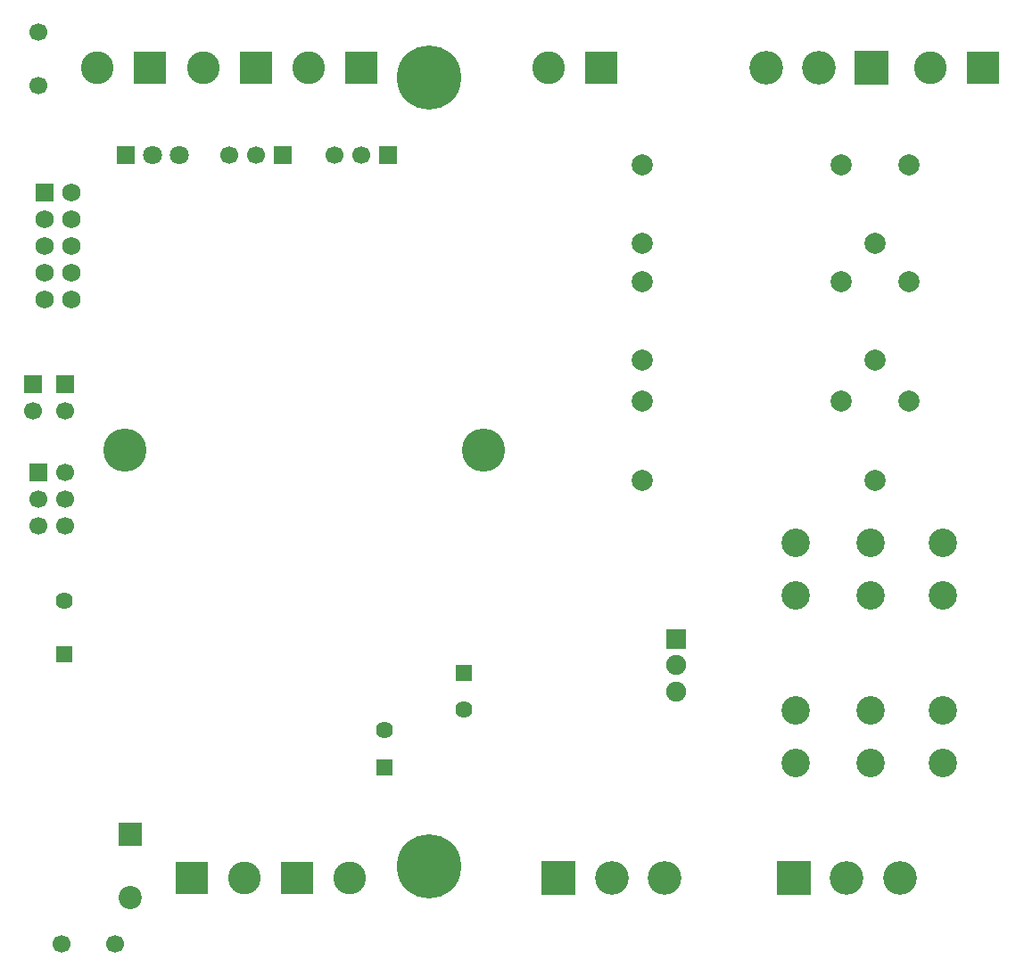
<source format=gbs>
G04 Layer_Color=16711935*
%FSLAX24Y24*%
%MOIN*%
G70*
G01*
G75*
%ADD69C,0.0748*%
%ADD126C,0.2402*%
%ADD127C,0.1614*%
%ADD128R,0.1220X0.1220*%
%ADD129C,0.1220*%
%ADD130R,0.0669X0.0669*%
%ADD131C,0.0669*%
%ADD132C,0.1261*%
%ADD133R,0.1261X0.1261*%
%ADD134C,0.0710*%
%ADD135R,0.0710X0.0710*%
%ADD136R,0.0669X0.0669*%
%ADD137R,0.0748X0.0748*%
%ADD138R,0.0866X0.0866*%
%ADD139C,0.0866*%
%ADD140C,0.0787*%
%ADD141C,0.1063*%
%ADD142C,0.0639*%
%ADD143R,0.0639X0.0639*%
%ADD144C,0.0680*%
%ADD145R,0.0680X0.0680*%
D69*
X49065Y22736D02*
D03*
Y21752D02*
D03*
D126*
X39818Y15198D02*
D03*
Y44725D02*
D03*
D127*
X28460Y30778D02*
D03*
X41846D02*
D03*
D128*
X37283Y45069D02*
D03*
X33346D02*
D03*
X29409D02*
D03*
X46260D02*
D03*
X60532D02*
D03*
X34882Y14774D02*
D03*
X30945D02*
D03*
D129*
X35315Y45069D02*
D03*
X31378D02*
D03*
X27441D02*
D03*
X44291D02*
D03*
X58563D02*
D03*
X36850Y14774D02*
D03*
X32913D02*
D03*
D130*
X25220Y29931D02*
D03*
X25039Y33248D02*
D03*
X26240D02*
D03*
D131*
X25220Y28931D02*
D03*
X26220Y29931D02*
D03*
Y28931D02*
D03*
X25220Y27931D02*
D03*
X26220D02*
D03*
X32350Y41801D02*
D03*
X33350D02*
D03*
X36287D02*
D03*
X37287D02*
D03*
X25039Y32248D02*
D03*
X26240D02*
D03*
X26100Y12313D02*
D03*
X28100D02*
D03*
X25217Y44407D02*
D03*
Y46407D02*
D03*
D132*
X52421Y45069D02*
D03*
X54390D02*
D03*
X48612Y14774D02*
D03*
X46644D02*
D03*
X57411D02*
D03*
X55443D02*
D03*
D133*
X56358Y45069D02*
D03*
X44675Y14774D02*
D03*
X53474D02*
D03*
D134*
X29484Y41801D02*
D03*
X30484D02*
D03*
D135*
X28484D02*
D03*
D136*
X34350D02*
D03*
X38287D02*
D03*
D137*
X49065Y23720D02*
D03*
D138*
X28661Y16398D02*
D03*
D139*
Y14035D02*
D03*
D140*
X57756Y41457D02*
D03*
X56496Y38504D02*
D03*
X55236Y41457D02*
D03*
X47795D02*
D03*
Y38504D02*
D03*
X57756Y37087D02*
D03*
X56496Y34134D02*
D03*
X55236Y37087D02*
D03*
X47795D02*
D03*
Y34134D02*
D03*
X57756Y32598D02*
D03*
X56496Y29646D02*
D03*
X55236Y32598D02*
D03*
X47795D02*
D03*
Y29646D02*
D03*
D141*
X53543Y21043D02*
D03*
Y19075D02*
D03*
Y27303D02*
D03*
Y25335D02*
D03*
X56339Y21043D02*
D03*
Y19075D02*
D03*
Y27303D02*
D03*
Y25335D02*
D03*
X59016Y21043D02*
D03*
Y19075D02*
D03*
Y27303D02*
D03*
Y25335D02*
D03*
D142*
X41122Y21063D02*
D03*
X26191Y25150D02*
D03*
X38169Y20295D02*
D03*
D143*
X41122Y22441D02*
D03*
X26191Y23150D02*
D03*
X38169Y18917D02*
D03*
D144*
X25472Y39423D02*
D03*
Y36423D02*
D03*
Y37423D02*
D03*
X26472Y39423D02*
D03*
Y40423D02*
D03*
Y36423D02*
D03*
Y37423D02*
D03*
X25472Y38423D02*
D03*
X26472D02*
D03*
D145*
X25472Y40423D02*
D03*
M02*

</source>
